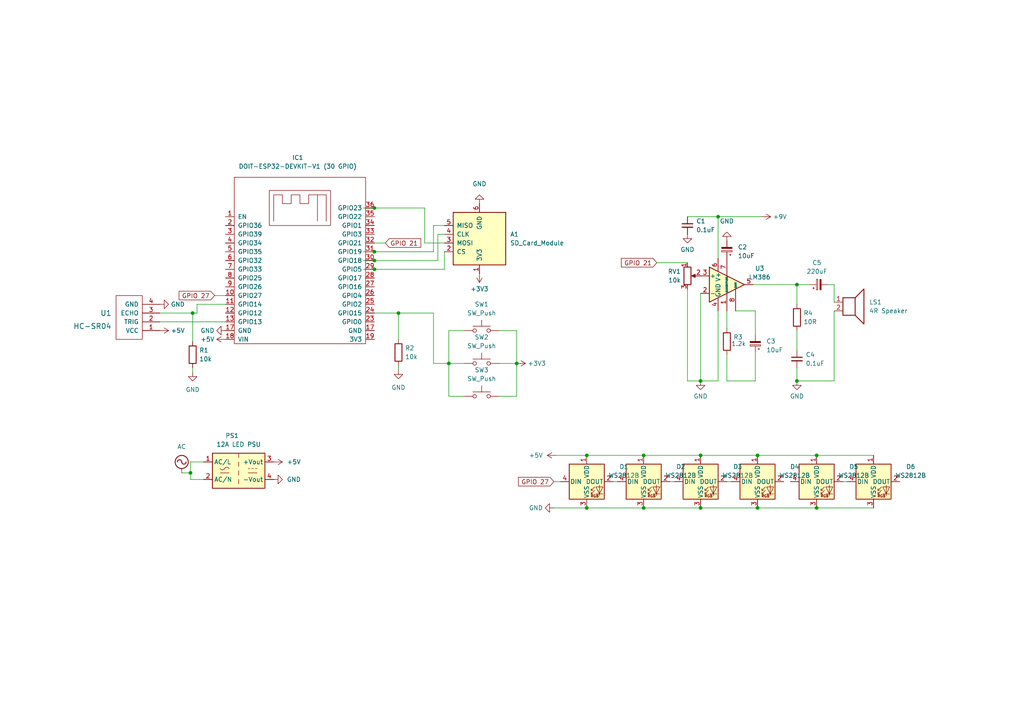
<source format=kicad_sch>
(kicad_sch (version 20211123) (generator eeschema)
  (paper "A4")
  (title_block (title "DTI Staircase Cube") (rev "1") (company "JVWCSY ☆") (comment 1 "This is the third iteration of the design which is expected to be final."))
  (lib_symbols
    (symbol "Amplifier_Audio:LM386" (pin_names (offset 0.127))
      (property "Reference" "U" (at 1.27 7.62 0))
      (property "Value" "LM386" (at 1.27 5.08 0))
      (symbol "LM386_0_1"
        (polyline (pts (xy 5.08 0) (xy -5.08 5.08) (xy -5.08 -5.08) (xy 5.08 0)) (stroke (width 0.254)) (fill (type background)))
      )
      (symbol "LM386_1_1"
        (pin input line (at 0 -7.62 90) (length 5.08) (name "GAIN") (number "1"))
        (pin input line (at -7.62 -2.54 0) (length 2.54) (name "-") (number "2"))
        (pin input line (at -7.62 2.54 0) (length 2.54) (name "+") (number "3"))
        (pin power_in line (at -2.54 -7.62 90) (length 3.81) (name "GND") (number "4"))
        (pin output line (at 7.62 0 180) (length 2.54) (name "~") (number "5"))
        (pin power_in line (at -2.54 7.62 270) (length 3.81) (name "V+") (number "6"))
        (pin input line (at 0 7.62 270) (length 5.08) (name "BYPASS") (number "7"))
        (pin input line (at 2.54 -7.62 90) (length 6.35) (name "GAIN") (number "8"))
      )
    )
    (symbol "Charleslabs_Parts:SD_Card_Module" (pin_names (offset 1.016))
      (property "Reference" "A" (at -7.62 10.16 0))
      (property "Value" "SD_Card_Module" (at 10.16 10.16 0))
      (symbol "SD_Card_Module_0_1"
        (rectangle (start -7.62 7.62) (end 7.62 -7.62) (stroke (width 0.254)) (fill (type background)))
      )
      (symbol "SD_Card_Module_1_1"
        (pin power_in line (at 0 10.16 270) (length 2.54) (name "3V3") (number "1"))
        (pin input line (at -10.16 3.81 0) (length 2.54) (name "CS") (number "2"))
        (pin input line (at -10.16 1.27 0) (length 2.54) (name "MOSI") (number "3"))
        (pin input line (at -10.16 -1.27 0) (length 2.54) (name "CLK") (number "4"))
        (pin output line (at -10.16 -3.81 0) (length 2.54) (name "MISO") (number "5"))
        (pin power_in line (at 0 -10.16 90) (length 2.54) (name "GND") (number "6"))
      )
    )
    (symbol "Converter_ACDC:IRM-60-5"
      (property "Reference" "PS" (at 0 7.62 0))
      (property "Value" "IRM-60-5" (at 0 -7.62 0))
      (symbol "IRM-60-5_1_1"
        (rectangle (start -7.62 5.08) (end 7.62 -5.08) (stroke (width 0.254)) (fill (type background)))
        (arc (start -5.334 0.635) (mid -4.699 0.2495) (end -4.064 0.635))
        (arc (start -2.794 0.635) (mid -3.429 1.0072) (end -4.064 0.635))
        (polyline (pts (xy -5.334 -0.635) (xy -2.794 -0.635)))
        (polyline (pts (xy 0 -2.54) (xy 0 -3.81)))
        (polyline (pts (xy 0 0) (xy 0 -1.27)))
        (polyline (pts (xy 0 2.54) (xy 0 1.27)))
        (polyline (pts (xy 0 5.08) (xy 0 3.81)))
        (polyline (pts (xy 2.794 -0.635) (xy 5.334 -0.635)))
        (polyline (pts (xy 2.794 0.635) (xy 3.302 0.635)))
        (polyline (pts (xy 3.81 0.635) (xy 4.318 0.635)))
        (polyline (pts (xy 4.826 0.635) (xy 5.334 0.635)))
        (pin power_in line (at -10.16 2.54 0) (length 2.54) (name "AC/L") (number "1"))
        (pin power_in line (at -10.16 -2.54 0) (length 2.54) (name "AC/N") (number "2"))
        (pin power_out line (at 10.16 2.54 180) (length 2.54) (name "+Vout") (number "3"))
        (pin power_out line (at 10.16 -2.54 180) (length 2.54) (name "-Vout") (number "4"))
      )
    )
    (symbol "Device:C_Polarized_Small" (pin_numbers hide) (pin_names (offset 0.254) hide)
      (property "Reference" "C" (at 0.254 1.778 0))
      (property "Value" "C_Polarized_Small" (at 0.254 -2.032 0))
      (symbol "C_Polarized_Small_0_1"
        (rectangle (start -1.524 -0.3048) (end 1.524 -0.6858) (fill (type outline)))
        (rectangle (start -1.524 0.6858) (end 1.524 0.3048))
        (polyline (pts (xy -1.27 1.524) (xy -0.762 1.524)))
        (polyline (pts (xy -1.016 1.27) (xy -1.016 1.778)))
      )
      (symbol "C_Polarized_Small_1_1"
        (pin passive line (at 0 2.54 270) (length 1.8542) (name "~") (number "1"))
        (pin passive line (at 0 -2.54 90) (length 1.8542) (name "~") (number "2"))
      )
    )
    (symbol "Device:C_Small" (pin_numbers hide) (pin_names (offset 0.254) hide)
      (property "Reference" "C" (at 0.254 1.778 0))
      (property "Value" "C_Small" (at 0.254 -2.032 0))
      (symbol "C_Small_0_1"
        (polyline (pts (xy -1.524 -0.508) (xy 1.524 -0.508)) (stroke (width 0.3302)))
        (polyline (pts (xy -1.524 0.508) (xy 1.524 0.508)) (stroke (width 0.3048)))
      )
      (symbol "C_Small_1_1"
        (pin passive line (at 0 2.54 270) (length 2.032) (name "~") (number "1"))
        (pin passive line (at 0 -2.54 90) (length 2.032) (name "~") (number "2"))
      )
    )
    (symbol "Device:R" (pin_numbers hide) (pin_names (offset 0))
      (property "Reference" "R" (at 2.032 0 90))
      (property "Value" "R" (at 0 0 90))
      (symbol "R_0_1"
        (rectangle (start -1.016 -2.54) (end 1.016 2.54) (stroke (width 0.254)))
      )
      (symbol "R_1_1"
        (pin passive line (at 0 3.81 270) (length 1.27) (name "~") (number "1"))
        (pin passive line (at 0 -3.81 90) (length 1.27) (name "~") (number "2"))
      )
    )
    (symbol "Device:R_Potentiometer" (pin_names (offset 1.016) hide)
      (property "Reference" "RV" (at -4.445 0 90))
      (property "Value" "R_Potentiometer" (at -2.54 0 90))
      (symbol "R_Potentiometer_0_1"
        (polyline (pts (xy 2.54 0) (xy 1.524 0)))
        (polyline (pts (xy 1.143 0) (xy 2.286 0.508) (xy 2.286 -0.508) (xy 1.143 0)) (fill (type outline)))
        (rectangle (start 1.016 2.54) (end -1.016 -2.54) (stroke (width 0.254)))
      )
      (symbol "R_Potentiometer_1_1"
        (pin passive line (at 0 3.81 270) (length 1.27) (name "1") (number "1"))
        (pin passive line (at 3.81 0 180) (length 1.27) (name "2") (number "2"))
        (pin passive line (at 0 -3.81 90) (length 1.27) (name "3") (number "3"))
      )
    )
    (symbol "Device:Speaker" (pin_names (offset 0) hide)
      (property "Reference" "LS" (at 1.27 5.715 0))
      (property "Value" "Speaker" (at 1.27 3.81 0))
      (symbol "Speaker_0_0"
        (rectangle (start -2.54 1.27) (end 1.016 -3.81) (stroke (width 0.254)))
        (polyline (pts (xy 1.016 1.27) (xy 3.556 3.81) (xy 3.556 -6.35) (xy 1.016 -3.81)) (stroke (width 0.254)))
      )
      (symbol "Speaker_1_1"
        (pin input line (at -5.08 0 0) (length 2.54) (name "1") (number "1"))
        (pin input line (at -5.08 -2.54 0) (length 2.54) (name "2") (number "2"))
      )
    )
    (symbol "LED:WS2812B" (pin_names (offset 0.254))
      (property "Reference" "D" (at 5.08 5.715 0))
      (property "Value" "WS2812B" (at 1.27 -5.715 0))
      (symbol "WS2812B_0_0"
        (text "RGB" (at 2.286 -4.191 0) (effects (font (size 0.762 0.762))))
      )
      (symbol "WS2812B_0_1"
        (polyline (pts (xy 1.27 -3.556) (xy 1.778 -3.556)))
        (polyline (pts (xy 1.27 -2.54) (xy 1.778 -2.54)))
        (polyline (pts (xy 4.699 -3.556) (xy 2.667 -3.556)))
        (polyline (pts (xy 2.286 -2.54) (xy 1.27 -3.556) (xy 1.27 -3.048)))
        (polyline (pts (xy 2.286 -1.524) (xy 1.27 -2.54) (xy 1.27 -2.032)))
        (polyline (pts (xy 3.683 -1.016) (xy 3.683 -3.556) (xy 3.683 -4.064)))
        (polyline (pts (xy 4.699 -1.524) (xy 2.667 -1.524) (xy 3.683 -3.556) (xy 4.699 -1.524)))
        (rectangle (start 5.08 5.08) (end -5.08 -5.08) (stroke (width 0.254)) (fill (type background)))
      )
      (symbol "WS2812B_1_1"
        (pin power_in line (at 0 7.62 270) (length 2.54) (name "VDD") (number "1"))
        (pin output line (at 7.62 0 180) (length 2.54) (name "DOUT") (number "2"))
        (pin power_in line (at 0 -7.62 90) (length 2.54) (name "VSS") (number "3"))
        (pin input line (at -7.62 0 0) (length 2.54) (name "DIN") (number "4"))
      )
    )
    (symbol "Switch:SW_Push" (pin_numbers hide) (pin_names (offset 1.016) hide)
      (property "Reference" "SW" (at 1.27 2.54 0))
      (property "Value" "SW_Push" (at 0 -1.524 0))
      (symbol "SW_Push_0_1"
        (circle (center -2.032 0) (radius 0.508))
        (polyline (pts (xy 0 1.27) (xy 0 3.048)))
        (polyline (pts (xy 2.54 1.27) (xy -2.54 1.27)))
        (circle (center 2.032 0) (radius 0.508))
        (pin passive line (at -5.08 0 0) (length 2.54) (name "1") (number "1"))
        (pin passive line (at 5.08 0 180) (length 2.54) (name "2") (number "2"))
      )
    )
    (symbol "doit-esp32-devkit-v1:DOIT-ESP32-DEVKIT-V1" (pin_names (offset 1.016))
      (property "Reference" "U?" (at -0.635 15.875 0))
      (property "Value" "DOIT-ESP32-DEVKIT-V1" (at -0.635 13.335 0))
      (symbol "DOIT-ESP32-DEVKIT-V1_0_1"
        (rectangle (start -19.05 10.16) (end 19.05 -38.1))
        (polyline (pts (xy -8.89 6.35) (xy 8.89 6.35) (xy 8.89 -3.81) (xy -8.89 -3.81) (xy -8.89 6.35)))
        (polyline (pts (xy -7.62 -2.54) (xy -7.62 5.08) (xy -5.08 5.08) (xy -5.08 2.54) (xy -2.54 2.54) (xy -2.54 5.08) (xy 0 5.08) (xy 0 2.54) (xy 2.54 2.54) (xy 2.54 5.08) (xy 5.08 5.08) (xy 5.08 -2.54) (xy 5.08 5.08) (xy 7.62 5.08) (xy 7.62 -2.54)))
      )
      (symbol "DOIT-ESP32-DEVKIT-V1_1_1"
        (pin output line (at -21.59 -1.27 0) (length 2.54) (name "EN") (number "1"))
        (pin bidirectional line (at -21.59 -24.13 0) (length 2.54) (name "GPIO27") (number "10"))
        (pin bidirectional line (at -21.59 -26.67 0) (length 2.54) (name "GPIO14") (number "11"))
        (pin bidirectional line (at -21.59 -29.21 0) (length 2.54) (name "GPIO12") (number "12"))
        (pin bidirectional line (at -21.59 -31.75 0) (length 2.54) (name "GPIO13") (number "13"))
        (pin bidirectional line (at -21.59 -34.29 0) (length 2.54) (name "GND") (number "17"))
        (pin bidirectional line (at 21.59 -34.29 180) (length 2.54) (name "GND") (number "17"))
        (pin bidirectional line (at -21.59 -36.83 0) (length 2.54) (name "VIN") (number "18"))
        (pin output line (at 21.59 -36.83 180) (length 2.54) (name "3V3") (number "19"))
        (pin bidirectional line (at -21.59 -3.81 0) (length 2.54) (name "GPIO36") (number "2"))
        (pin bidirectional line (at 21.59 -31.75 180) (length 2.54) (name "GPIO0") (number "23"))
        (pin bidirectional line (at 21.59 -29.21 180) (length 2.54) (name "GPIO15") (number "24"))
        (pin bidirectional line (at 21.59 -26.67 180) (length 2.54) (name "GPIO2") (number "25"))
        (pin bidirectional line (at 21.59 -24.13 180) (length 2.54) (name "GPIO4") (number "26"))
        (pin bidirectional line (at 21.59 -21.59 180) (length 2.54) (name "GPIO16") (number "27"))
        (pin bidirectional line (at 21.59 -19.05 180) (length 2.54) (name "GPIO17") (number "28"))
        (pin bidirectional line (at 21.59 -16.51 180) (length 2.54) (name "GPIO5") (number "29"))
        (pin bidirectional line (at -21.59 -6.35 0) (length 2.54) (name "GPIO39") (number "3"))
        (pin bidirectional line (at 21.59 -13.97 180) (length 2.54) (name "GPIO18") (number "30"))
        (pin bidirectional line (at 21.59 -11.43 180) (length 2.54) (name "GPIO19") (number "31"))
        (pin bidirectional line (at 21.59 -8.89 180) (length 2.54) (name "GPIO21") (number "32"))
        (pin bidirectional line (at 21.59 -6.35 180) (length 2.54) (name "GPIO3") (number "33"))
        (pin bidirectional line (at 21.59 -3.81 180) (length 2.54) (name "GPIO1") (number "34"))
        (pin bidirectional line (at 21.59 -1.27 180) (length 2.54) (name "GPIO22") (number "35"))
        (pin bidirectional line (at 21.59 1.27 180) (length 2.54) (name "GPIO23") (number "36"))
        (pin bidirectional line (at -21.59 -8.89 0) (length 2.54) (name "GPIO34") (number "4"))
        (pin bidirectional line (at -21.59 -11.43 0) (length 2.54) (name "GPIO35") (number "5"))
        (pin bidirectional line (at -21.59 -13.97 0) (length 2.54) (name "GPIO32") (number "6"))
        (pin bidirectional line (at -21.59 -16.51 0) (length 2.54) (name "GPIO33") (number "7"))
        (pin bidirectional line (at -21.59 -19.05 0) (length 2.54) (name "GPIO25") (number "8"))
        (pin bidirectional line (at -21.59 -21.59 0) (length 2.54) (name "GPIO26") (number "9"))
      )
    )
    (symbol "hc-sr04:HC-SR04" (pin_names (offset 1.016))
      (property "Reference" "U" (at -6.35 -7.62 0))
      (property "Value" "HC-SR04" (at -2.54 7.62 0))
      (symbol "HC-SR04_0_1"
        (rectangle (start 0 6.35) (end -7.62 -6.35))
      )
      (symbol "HC-SR04_1_1"
        (pin input line (at 5.08 3.81 180) (length 5.08) (name "VCC") (number "1"))
        (pin input line (at 5.08 1.27 180) (length 5.08) (name "TRIG") (number "2"))
        (pin input line (at 5.08 -1.27 180) (length 5.08) (name "ECHO") (number "3"))
        (pin input line (at 5.08 -3.81 180) (length 5.08) (name "GND") (number "4"))
      )
    )
    (symbol "power:+3.3V" (power) (pin_names (offset 0))
      (property "Value" "+3.3V" (at 0 3.556 0))
      (symbol "+3.3V_0_1"
        (polyline (pts (xy -0.762 1.27) (xy 0 2.54)))
        (polyline (pts (xy 0 0) (xy 0 2.54)))
        (polyline (pts (xy 0 2.54) (xy 0.762 1.27)))
      )
      (symbol "+3.3V_1_1"
        (pin power_in line (at 0 0 90) (length 0) hide (name "+3V3") (number "1"))
      )
    )
    (symbol "power:+3V3" (power) (pin_names (offset 0))
      (property "Value" "+3V3" (at 0 3.556 0))
      (symbol "+3V3_0_1"
        (polyline (pts (xy -0.762 1.27) (xy 0 2.54)))
        (polyline (pts (xy 0 0) (xy 0 2.54)))
        (polyline (pts (xy 0 2.54) (xy 0.762 1.27)))
      )
      (symbol "+3V3_1_1"
        (pin power_in line (at 0 0 90) (length 0) hide (name "+3V3") (number "1"))
      )
    )
    (symbol "power:+5V" (power) (pin_names (offset 0))
      (property "Value" "+5V" (at 0 3.556 0))
      (symbol "+5V_0_1"
        (polyline (pts (xy -0.762 1.27) (xy 0 2.54)))
        (polyline (pts (xy 0 0) (xy 0 2.54)))
        (polyline (pts (xy 0 2.54) (xy 0.762 1.27)))
      )
      (symbol "+5V_1_1"
        (pin power_in line (at 0 0 90) (length 0) hide (name "+5V") (number "1"))
      )
    )
    (symbol "power:+9V" (power) (pin_names (offset 0))
      (property "Value" "+9V" (at 0 3.556 0))
      (symbol "+9V_0_1"
        (polyline (pts (xy -0.762 1.27) (xy 0 2.54)))
        (polyline (pts (xy 0 0) (xy 0 2.54)))
        (polyline (pts (xy 0 2.54) (xy 0.762 1.27)))
      )
      (symbol "+9V_1_1"
        (pin power_in line (at 0 0 90) (length 0) hide (name "+9V") (number "1"))
      )
    )
    (symbol "power:AC" (power) (pin_names (offset 0))
      (property "Value" "AC" (at 0 6.35 0))
      (symbol "AC_0_1"
        (polyline (pts (xy 0 0) (xy 0 1.27)))
        (arc (start 0 3.175) (mid -0.635 3.81) (end -1.27 3.175) (stroke (width 0.254)))
        (arc (start 0 3.175) (mid 0.635 2.54) (end 1.27 3.175) (stroke (width 0.254)))
        (circle (center 0 3.175) (radius 1.905) (stroke (width 0.254)))
      )
      (symbol "AC_1_1"
        (pin power_in line (at 0 0 90) (length 0) hide (name "AC") (number "1"))
      )
    )
    (symbol "power:GND" (power) (pin_names (offset 0))
      (property "Value" "GND" (at 0 -3.81 0))
      (symbol "GND_0_1"
        (polyline (pts (xy 0 0) (xy 0 -1.27) (xy 1.27 -1.27) (xy 0 -2.54) (xy -1.27 -1.27) (xy 0 -1.27)))
      )
      (symbol "GND_1_1"
        (pin power_in line (at 0 0 270) (length 0) hide (name "GND") (number "1"))
      )
    )
  )
  (junction (at 236.855 132.08))
  (junction (at 55.245 137.16))
  (junction (at 231.14 82.55))
  (junction (at 149.86 105.41))
  (junction (at 231.14 110.49))
  (junction (at 115.57 90.805))
  (junction (at 130.175 105.41))
  (junction (at 203.2 147.32))
  (junction (at 170.18 147.32))
  (junction (at 108.585 78.105))
  (junction (at 170.18 132.08))
  (junction (at 186.69 147.32))
  (junction (at 219.71 132.08))
  (junction (at 219.71 147.32))
  (junction (at 203.2 132.08))
  (junction (at 108.585 75.565))
  (junction (at 203.2 110.49))
  (junction (at 208.28 62.865))
  (junction (at 108.585 73.025))
  (junction (at 108.585 60.325))
  (junction (at 236.855 147.32))
  (junction (at 55.88 90.805))
  (junction (at 186.69 132.08))
  (wire (pts (xy 55.88 99.06) (xy 55.88 90.805)))
  (wire (pts (xy 170.18 147.32) (xy 186.69 147.32)))
  (wire (pts (xy 203.2 147.32) (xy 219.71 147.32)))
  (wire (pts (xy 108.585 90.805) (xy 115.57 90.805)))
  (wire (pts (xy 231.14 110.49) (xy 241.935 110.49)))
  (wire (pts (xy 219.71 147.32) (xy 236.855 147.32)))
  (wire (pts (xy 240.03 82.55) (xy 241.935 82.55)))
  (wire (pts (xy 149.86 95.885) (xy 149.86 105.41)))
  (wire (pts (xy 219.71 132.08) (xy 236.855 132.08)))
  (wire (pts (xy 105.41 60.325) (xy 108.585 60.325)))
  (wire (pts (xy 234.95 82.55) (xy 231.14 82.55)))
  (wire (pts (xy 160.655 139.7) (xy 162.56 139.7)))
  (wire (pts (xy 105.41 75.565) (xy 108.585 75.565)))
  (wire (pts (xy 170.18 132.08) (xy 186.69 132.08)))
  (wire (pts (xy 231.14 95.885) (xy 231.14 101.6)))
  (wire (pts (xy 105.41 78.105) (xy 108.585 78.105)))
  (wire (pts (xy 115.57 90.805) (xy 115.57 98.425)))
  (wire (pts (xy 219.075 90.17) (xy 213.36 90.17)))
  (wire (pts (xy 55.245 137.16) (xy 55.245 133.985)))
  (wire (pts (xy 130.175 105.41) (xy 130.175 114.935)))
  (wire (pts (xy 55.245 139.065) (xy 59.055 139.065)))
  (wire (pts (xy 208.28 74.93) (xy 208.28 62.865)))
  (wire (pts (xy 57.15 90.805) (xy 57.15 88.265)))
  (wire (pts (xy 144.78 95.885) (xy 149.86 95.885)))
  (wire (pts (xy 55.245 133.985) (xy 59.055 133.985)))
  (wire (pts (xy 241.935 82.55) (xy 241.935 87.63)))
  (wire (pts (xy 125.73 65.405) (xy 128.905 65.405)))
  (wire (pts (xy 199.39 110.49) (xy 203.2 110.49)))
  (wire (pts (xy 203.2 110.49) (xy 208.28 110.49)))
  (wire (pts (xy 52.705 137.16) (xy 55.245 137.16)))
  (wire (pts (xy 244.475 139.7) (xy 245.745 139.7)))
  (wire (pts (xy 55.88 90.805) (xy 57.15 90.805)))
  (wire (pts (xy 219.075 102.235) (xy 219.075 110.49)))
  (wire (pts (xy 46.355 93.345) (xy 65.405 93.345)))
  (wire (pts (xy 149.86 114.935) (xy 144.78 114.935)))
  (wire (pts (xy 186.69 147.32) (xy 203.2 147.32)))
  (wire (pts (xy 210.82 95.25) (xy 210.82 90.17)))
  (wire (pts (xy 186.69 132.08) (xy 203.2 132.08)))
  (wire (pts (xy 105.41 73.025) (xy 108.585 73.025)))
  (wire (pts (xy 161.29 132.08) (xy 170.18 132.08)))
  (wire (pts (xy 125.73 65.405) (xy 125.73 73.025)))
  (wire (pts (xy 208.28 62.865) (xy 220.98 62.865)))
  (wire (pts (xy 134.62 105.41) (xy 130.175 105.41)))
  (wire (pts (xy 134.62 95.885) (xy 130.175 95.885)))
  (wire (pts (xy 130.175 95.885) (xy 130.175 105.41)))
  (wire (pts (xy 219.075 97.155) (xy 219.075 90.17)))
  (wire (pts (xy 108.585 78.105) (xy 128.905 78.105)))
  (wire (pts (xy 55.88 107.95) (xy 55.88 106.68)))
  (wire (pts (xy 46.355 90.805) (xy 55.88 90.805)))
  (wire (pts (xy 149.86 105.41) (xy 149.86 114.935)))
  (wire (pts (xy 115.57 90.805) (xy 125.73 90.805)))
  (wire (pts (xy 203.2 132.08) (xy 219.71 132.08)))
  (wire (pts (xy 236.855 147.32) (xy 253.365 147.32)))
  (wire (pts (xy 190.5 76.2) (xy 199.39 76.2)))
  (wire (pts (xy 55.245 137.16) (xy 55.245 139.065)))
  (wire (pts (xy 177.8 139.7) (xy 179.07 139.7)))
  (wire (pts (xy 208.28 90.17) (xy 208.28 110.49)))
  (wire (pts (xy 231.14 88.265) (xy 231.14 82.55)))
  (wire (pts (xy 236.855 132.08) (xy 253.365 132.08)))
  (wire (pts (xy 218.44 82.55) (xy 231.14 82.55)))
  (wire (pts (xy 210.82 110.49) (xy 219.075 110.49)))
  (wire (pts (xy 108.585 75.565) (xy 127 75.565)))
  (wire (pts (xy 130.175 114.935) (xy 134.62 114.935)))
  (wire (pts (xy 125.73 90.805) (xy 125.73 105.41)))
  (wire (pts (xy 241.935 90.17) (xy 241.935 110.49)))
  (wire (pts (xy 65.405 85.725) (xy 62.23 85.725)))
  (wire (pts (xy 194.31 139.7) (xy 195.58 139.7)))
  (wire (pts (xy 127 75.565) (xy 127 67.945)))
  (wire (pts (xy 125.73 105.41) (xy 130.175 105.41)))
  (wire (pts (xy 203.2 85.09) (xy 203.2 110.49)))
  (wire (pts (xy 144.78 105.41) (xy 149.86 105.41)))
  (wire (pts (xy 199.39 62.865) (xy 208.28 62.865)))
  (wire (pts (xy 127 67.945) (xy 128.905 67.945)))
  (wire (pts (xy 57.15 88.265) (xy 65.405 88.265)))
  (wire (pts (xy 115.57 107.315) (xy 115.57 106.045)))
  (wire (pts (xy 210.82 102.87) (xy 210.82 110.49)))
  (wire (pts (xy 199.39 83.82) (xy 199.39 110.49)))
  (wire (pts (xy 128.905 78.105) (xy 128.905 73.025)))
  (wire (pts (xy 108.585 70.485) (xy 111.76 70.485)))
  (wire (pts (xy 128.905 70.485) (xy 123.19 70.485)))
  (wire (pts (xy 231.14 106.68) (xy 231.14 110.49)))
  (wire (pts (xy 160.655 147.32) (xy 170.18 147.32)))
  (wire (pts (xy 108.585 60.325) (xy 123.19 60.325)))
  (wire (pts (xy 108.585 73.025) (xy 125.73 73.025)))
  (wire (pts (xy 210.82 139.7) (xy 212.09 139.7)))
  (wire (pts (xy 123.19 70.485) (xy 123.19 60.325)))
  (global_label "GPIO 27" (shape input) (at 160.655 139.7 180) (property "Intersheet References" "${INTERSHEET_REFS}" (effects hide)))
  (global_label "GPIO 27" (shape input) (at 62.23 85.725 180) (property "Intersheet References" "${INTERSHEET_REFS}" (effects hide)))
  (global_label "GPIO 21" (shape input) (at 111.76 70.485 0) (property "Intersheet References" "${INTERSHEET_REFS}" (effects hide)))
  (global_label "GPIO 21" (shape input) (at 190.5 76.2 180) (property "Intersheet References" "${INTERSHEET_REFS}" (effects hide)))
  (symbol (lib_id "power:GND") (at 139.065 59.055 0) (mirror x) (unit 1)
    (property "Reference" "#PWR010" (effects hide))
    (property "Value" "GND" (at 139.065 53.34 0))
  )
  (symbol (lib_id "LED:WS2812B") (at 203.2 139.7 0) (unit 1)
    (property "Reference" "D3" (at 213.995 135.3693 0))
    (property "Value" "WS2812B" (at 213.995 137.9093 0))
    (property "Footprint" "LED_SMD:LED_WS2812B_PLCC4_5.0x5.0mm_P3.2mm" (effects hide))
    (property "Datasheet" "https://cdn-shop.adafruit.com/datasheets/WS2812B.pdf" (effects hide))
  )
  (symbol (lib_id "Device:R") (at 231.14 92.075 0) (unit 1)
    (property "Reference" "R4" (at 233.045 90.8049 0) (effects (justify left)))
    (property "Value" "10R" (at 233.045 93.3449 0) (effects (justify left)))
  )
  (symbol (lib_id "power:GND") (at 79.375 139.065 90) (unit 1)
    (property "Reference" "#PWR08" (effects hide))
    (property "Value" "GND" (at 83.185 139.0649 90) (effects (justify right)))
  )
  (symbol (lib_id "Device:C_Polarized_Small") (at 237.49 82.55 90) (unit 1)
    (property "Reference" "C5" (at 236.9439 76.2 90))
    (property "Value" "220uF" (at 236.9439 78.74 90))
  )
  (symbol (lib_id "LED:WS2812B") (at 170.18 139.7 0) (unit 1)
    (property "Reference" "D1" (at 180.975 135.3693 0))
    (property "Value" "WS2812B" (at 180.975 137.9093 0))
    (property "Footprint" "LED_SMD:LED_WS2812B_PLCC4_5.0x5.0mm_P3.2mm" (effects hide))
    (property "Datasheet" "https://cdn-shop.adafruit.com/datasheets/WS2812B.pdf" (effects hide))
  )
  (symbol (lib_id "Switch:SW_Push") (at 139.7 95.885 0) (unit 1)
    (property "Reference" "SW1" (at 139.7 88.265 0))
    (property "Value" "SW_Push" (at 139.7 90.805 0))
  )
  (symbol (lib_id "power:GND") (at 199.39 67.945 0) (unit 1)
    (property "Reference" "#PWR015" (effects hide))
    (property "Value" "GND" (at 199.39 72.39 0))
  )
  (symbol (lib_id "Charleslabs_Parts:SD_Card_Module") (at 139.065 69.215 0) (mirror x) (unit 1)
    (property "Reference" "A1" (at 147.955 67.9449 0) (effects (justify left)))
    (property "Value" "SD_Card_Module" (at 147.955 70.4849 0) (effects (justify left)))
    (property "Footprint" "Charleslabs_Parts:SD_Card_Module" (effects hide))
  )
  (symbol (lib_id "hc-sr04:HC-SR04") (at 41.275 92.075 0) (mirror x) (unit 1)
    (property "Reference" "U1" (at 32.385 90.805 0) (effects (font (size 1.524 1.524)) (justify right)))
    (property "Value" "HC-SR04" (at 32.385 94.615 0) (effects (font (size 1.524 1.524)) (justify right)))
  )
  (symbol (lib_id "Device:C_Polarized_Small") (at 210.82 72.39 180) (unit 1)
    (property "Reference" "C2" (at 213.995 71.666 0) (effects (justify right)))
    (property "Value" "10uF" (at 213.995 74.206 0) (effects (justify right)))
  )
  (symbol (lib_id "Device:R") (at 55.88 102.87 0) (unit 1)
    (property "Reference" "R1" (at 57.785 101.5999 0) (effects (justify left)))
    (property "Value" "10k" (at 57.785 104.1399 0) (effects (justify left)))
  )
  (symbol (lib_id "power:+3.3V") (at 149.86 105.41 270) (unit 1)
    (property "Reference" "#PWR012" (effects hide))
    (property "Value" "+3.3V" (at 153.035 105.4099 90) (effects (justify left)))
  )
  (symbol (lib_id "Converter_ACDC:IRM-60-5") (at 69.215 136.525 0) (unit 1)
    (property "Reference" "PS1" (at 67.31 126.365 0))
    (property "Value" "12A LED PSU" (at 69.215 128.905 0))
    (property "Footprint" "Converter_ACDC:Converter_ACDC_MeanWell_IRM-60-xx_THT" (effects hide))
    (property "Datasheet" "http://www.meanwellusa.com/productPdf.aspx?i=687" (effects hide))
  )
  (symbol (lib_id "power:GND") (at 160.655 147.32 270) (unit 1)
    (property "Reference" "#PWR013" (effects hide))
    (property "Value" "GND" (at 157.48 147.3199 90) (effects (justify right)))
  )
  (symbol (lib_id "power:+3V3") (at 139.065 79.375 0) (mirror x) (unit 1)
    (property "Reference" "#PWR011" (effects hide))
    (property "Value" "+3V3" (at 139.065 83.82 0))
  )
  (symbol (lib_id "Amplifier_Audio:LM386") (at 210.82 82.55 0) (unit 1)
    (property "Reference" "U3" (at 220.345 77.851 0))
    (property "Value" "LM386" (at 220.345 80.391 0))
    (property "Datasheet" "http://www.ti.com/lit/ds/symlink/lm386.pdf" (effects hide))
  )
  (symbol (lib_id "doit-esp32-devkit-v1:DOIT-ESP32-DEVKIT-V1") (at 86.995 61.595 0) (unit 1)
    (property "Reference" "IC1" (at 86.36 45.72 0))
    (property "Value" "DOIT-ESP32-DEVKIT-V1 (30 GPIO)" (at 86.36 48.26 0))
  )
  (symbol (lib_id "power:GND") (at 115.57 107.315 0) (unit 1)
    (property "Reference" "#PWR09" (effects hide))
    (property "Value" "GND" (at 115.57 112.395 0))
  )
  (symbol (lib_id "power:GND") (at 203.2 110.49 0) (unit 1)
    (property "Reference" "#PWR016" (effects hide))
    (property "Value" "GND" (at 203.2 114.935 0))
  )
  (symbol (lib_id "power:+5V") (at 46.355 95.885 270) (mirror x) (unit 1)
    (property "Reference" "#PWR02" (effects hide))
    (property "Value" "+5V" (at 49.53 95.8851 90) (effects (justify left)))
  )
  (symbol (lib_id "power:+5V") (at 65.405 98.425 90) (unit 1)
    (property "Reference" "#PWR06" (effects hide))
    (property "Value" "+5V" (at 62.23 98.4249 90) (effects (justify left)))
  )
  (symbol (lib_id "power:+5V") (at 79.375 133.985 270) (unit 1)
    (property "Reference" "#PWR07" (effects hide))
    (property "Value" "+5V" (at 83.185 133.9849 90) (effects (justify left)))
  )
  (symbol (lib_id "power:GND") (at 210.82 69.85 180) (unit 1)
    (property "Reference" "#PWR017" (effects hide))
    (property "Value" "GND" (at 210.82 64.135 0))
  )
  (symbol (lib_id "Device:R_Potentiometer") (at 199.39 80.01 0) (unit 1)
    (property "Reference" "RV1" (at 197.485 78.7399 0) (effects (justify right)))
    (property "Value" "10k" (at 197.485 81.2799 0) (effects (justify right)))
  )
  (symbol (lib_id "Switch:SW_Push") (at 139.7 114.935 0) (unit 1)
    (property "Reference" "SW3" (at 139.7 107.315 0))
    (property "Value" "SW_Push" (at 139.7 109.855 0))
  )
  (symbol (lib_id "power:GND") (at 65.405 95.885 270) (unit 1)
    (property "Reference" "#PWR05" (effects hide))
    (property "Value" "GND" (at 62.23 95.8849 90) (effects (justify right)))
  )
  (symbol (lib_id "Device:C_Polarized_Small") (at 219.075 99.695 180) (unit 1)
    (property "Reference" "C3" (at 222.25 98.971 0) (effects (justify right)))
    (property "Value" "10uF" (at 222.25 101.511 0) (effects (justify right)))
  )
  (symbol (lib_id "Device:R") (at 115.57 102.235 0) (unit 1)
    (property "Reference" "R2" (at 117.475 100.9649 0) (effects (justify left)))
    (property "Value" "10k" (at 117.475 103.5049 0) (effects (justify left)))
  )
  (symbol (lib_id "Device:Speaker") (at 247.015 87.63 0) (unit 1)
    (property "Reference" "LS1" (at 252.095 87.6299 0) (effects (justify left)))
    (property "Value" "4R Speaker" (at 252.095 90.1699 0) (effects (justify left)))
  )
  (symbol (lib_id "power:GND") (at 231.14 110.49 0) (unit 1)
    (property "Reference" "#PWR019" (effects hide))
    (property "Value" "GND" (at 231.14 114.935 0))
  )
  (symbol (lib_id "power:+9V") (at 220.98 62.865 270) (unit 1)
    (property "Reference" "#PWR018" (effects hide))
    (property "Value" "+9V" (at 224.155 62.8649 90) (effects (justify left)))
  )
  (symbol (lib_id "Device:C_Small") (at 199.39 65.405 0) (unit 1)
    (property "Reference" "C1" (at 201.93 64.1412 0) (effects (justify left)))
    (property "Value" "0.1uF" (at 201.93 66.6812 0) (effects (justify left)))
  )
  (symbol (lib_id "LED:WS2812B") (at 186.69 139.7 0) (unit 1)
    (property "Reference" "D2" (at 197.485 135.3693 0))
    (property "Value" "WS2812B" (at 197.485 137.9093 0))
    (property "Footprint" "LED_SMD:LED_WS2812B_PLCC4_5.0x5.0mm_P3.2mm" (effects hide))
    (property "Datasheet" "https://cdn-shop.adafruit.com/datasheets/WS2812B.pdf" (effects hide))
  )
  (symbol (lib_id "Device:C_Small") (at 231.14 104.14 0) (unit 1)
    (property "Reference" "C4" (at 233.68 102.8762 0) (effects (justify left)))
    (property "Value" "0.1uF" (at 233.68 105.4162 0) (effects (justify left)))
  )
  (symbol (lib_id "power:AC") (at 52.705 137.16 0) (unit 1)
    (property "Reference" "#PWR03" (effects hide))
    (property "Value" "AC" (at 52.705 129.54 0))
  )
  (symbol (lib_id "LED:WS2812B") (at 219.71 139.7 0) (unit 1)
    (property "Reference" "D4" (at 230.505 135.3693 0))
    (property "Value" "WS2812B" (at 230.505 137.9093 0))
    (property "Footprint" "LED_SMD:LED_WS2812B_PLCC4_5.0x5.0mm_P3.2mm" (effects hide))
    (property "Datasheet" "https://cdn-shop.adafruit.com/datasheets/WS2812B.pdf" (effects hide))
  )
  (symbol (lib_id "power:GND") (at 55.88 107.95 0) (unit 1)
    (property "Reference" "#PWR04" (effects hide))
    (property "Value" "GND" (at 55.88 113.03 0))
  )
  (symbol (lib_id "LED:WS2812B") (at 236.855 139.7 0) (unit 1)
    (property "Reference" "D5" (at 247.65 135.3693 0))
    (property "Value" "WS2812B" (at 247.65 137.9093 0))
    (property "Footprint" "LED_SMD:LED_WS2812B_PLCC4_5.0x5.0mm_P3.2mm" (effects hide))
    (property "Datasheet" "https://cdn-shop.adafruit.com/datasheets/WS2812B.pdf" (effects hide))
  )
  (symbol (lib_id "LED:WS2812B") (at 253.365 139.7 0) (unit 1)
    (property "Reference" "D6" (at 264.16 135.3693 0))
    (property "Value" "WS2812B" (at 264.16 137.9093 0))
    (property "Footprint" "LED_SMD:LED_WS2812B_PLCC4_5.0x5.0mm_P3.2mm" (effects hide))
    (property "Datasheet" "https://cdn-shop.adafruit.com/datasheets/WS2812B.pdf" (effects hide))
  )
  (symbol (lib_id "power:+5V") (at 161.29 132.08 90) (unit 1)
    (property "Reference" "#PWR014" (effects hide))
    (property "Value" "+5V" (at 157.48 132.0799 90) (effects (justify left)))
  )
  (symbol (lib_id "power:GND") (at 46.355 88.265 90) (unit 1)
    (property "Reference" "#PWR01" (effects hide))
    (property "Value" "GND" (at 49.53 88.2649 90) (effects (justify right)))
  )
  (symbol (lib_id "Device:R") (at 210.82 99.06 0) (unit 1)
    (property "Reference" "R3" (at 212.725 97.79 0) (effects (justify left)))
    (property "Value" "1.2k" (at 212.09 99.695 0) (effects (justify left)))
  )
  (symbol (lib_id "Switch:SW_Push") (at 139.7 105.41 0) (unit 1)
    (property "Reference" "SW2" (at 139.7 97.79 0))
    (property "Value" "SW_Push" (at 139.7 100.33 0))
  )
)
</source>
